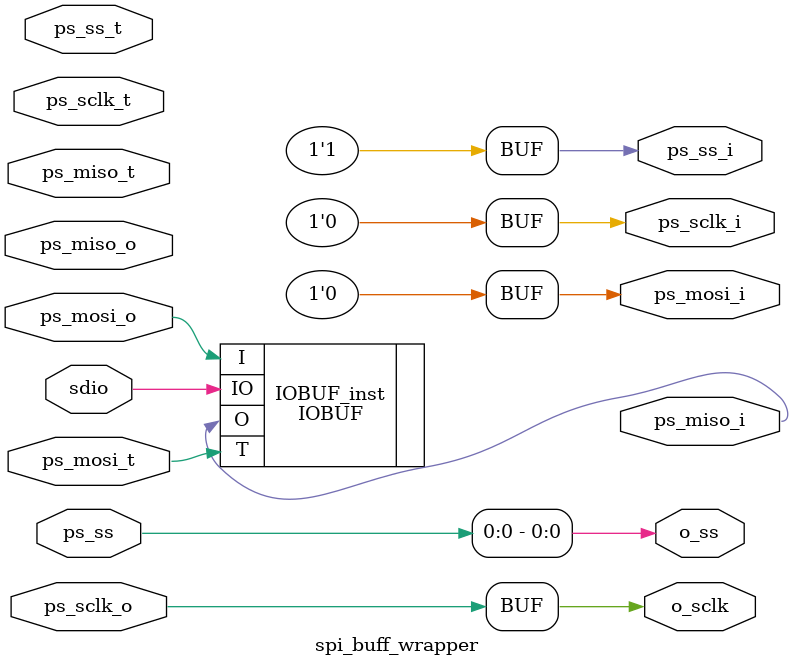
<source format=v>
`timescale 1ns / 1ps


module spi_buff_wrapper(
    output ps_sclk_i,
    input ps_sclk_o,
    input ps_sclk_t,
    output ps_mosi_i,
    input ps_mosi_o,
    input ps_mosi_t,
    output ps_miso_i,
    input ps_miso_o,
    input ps_miso_t,
    output ps_ss_i,
    input [2:0] ps_ss,
    input ps_ss_t,

    output o_ss,
    output o_sclk,
    inout sdio

    );

    assign ps_sclk_i = 1'b0;
    assign ps_mosi_i = 1'b0;
    assign ps_ss_i = 1'b1;

    IOBUF #(
      .DRIVE(12), // Specify the output drive strength
      .SLEW("SLOW") // Specify the output slew rate
   ) IOBUF_inst (
      .O(ps_miso_i),     // Buffer output
      .IO(sdio),   // Buffer inout port (connect directly to top-level port)
      .I(ps_mosi_o),     // Buffer input
      .T(ps_mosi_t)      // 3-state enable input, high=input, low=output
   );

   assign o_sclk = ps_sclk_o;
   assign o_ss = ps_ss[0];

endmodule

</source>
